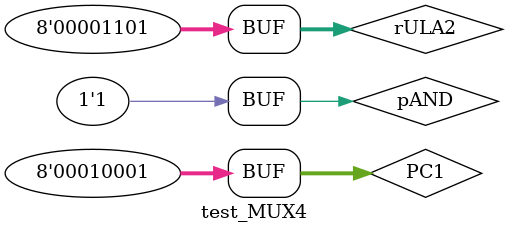
<source format=v>
module test_MUX4;
    reg [7:0] PC1;
    reg [7:0] rULA2;
    reg pAND;
    wire [7:0] out;
    initial begin
        #1 pAND = 0; PC1 = 8'b00010001; rULA2 = 8'b00001101;

        #1 pAND = 1; 
    end
    initial begin
        $monitor("Time=%0d, controle pAND: %b, in PC1: %b, in rULA2: %b, out: %b",
                $time, pAND, PC1, rULA2, out);
    end
    MUX4 gate1(PC1, rULA2, out, pAND);
endmodule


</source>
